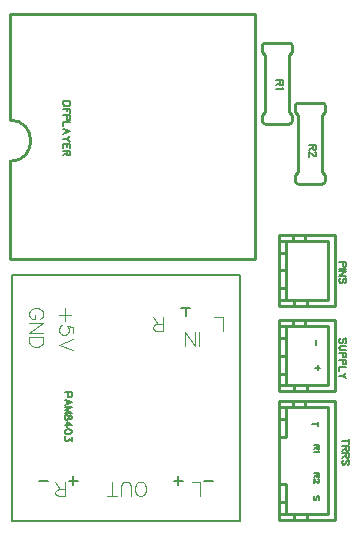
<source format=gto>
G04 Layer: TopSilkLayer*
G04 EasyEDA v6.4.5, 2020-09-09T10:55:23+00:00*
G04 38f018f296924ca58de56823afda666e,b97ca10cbf7f413284ca0e80e24dcd20,10*
G04 Gerber Generator version 0.2*
G04 Scale: 100 percent, Rotated: No, Reflected: No *
G04 Dimensions in inches *
G04 leading zeros omitted , absolute positions ,2 integer and 4 decimal *
%FSLAX24Y24*%
%MOIN*%
G90*
G70D02*

%ADD10C,0.010000*%
%ADD18C,0.005000*%
%ADD19C,0.006000*%
%ADD20C,0.004000*%

%LPD*%
G54D10*
G01X9700Y13650D02*
G01X9300Y13650D01*
G01X8900Y13650D01*
G01X8800Y13750D02*
G01X8800Y13950D01*
G01X8900Y14050D01*
G01X8900Y15950D01*
G01X8800Y16050D01*
G01X8800Y16250D01*
G01X9800Y13750D02*
G01X9800Y13950D01*
G01X9700Y14050D01*
G01X9700Y15950D01*
G01X9800Y16050D01*
G01X9800Y16250D01*
G01X9700Y16350D02*
G01X9300Y16350D01*
G01X8900Y16350D01*
G01X10800Y11650D02*
G01X10400Y11650D01*
G01X10000Y11650D01*
G01X9900Y11750D02*
G01X9900Y11950D01*
G01X10000Y12050D01*
G01X10000Y13950D01*
G01X9900Y14050D01*
G01X9900Y14250D01*
G01X10900Y11750D02*
G01X10900Y11950D01*
G01X10800Y12050D01*
G01X10800Y13950D01*
G01X10900Y14050D01*
G01X10900Y14250D01*
G01X10800Y14350D02*
G01X10400Y14350D01*
G01X10000Y14350D01*
G54D18*
G01X8050Y400D02*
G01X450Y400D01*
G01X450Y8600D01*
G01X8050Y8600D01*
G01X8050Y400D01*
G01X6850Y1750D02*
G01X7150Y1750D01*
G01X6150Y1750D02*
G01X5850Y1750D01*
G01X2650Y1750D02*
G01X2350Y1750D01*
G01X1650Y1750D02*
G01X1350Y1750D01*
G01X6000Y1600D02*
G01X6000Y1900D01*
G01X2500Y1600D02*
G01X2500Y1900D01*
G01X6250Y7250D02*
G01X6250Y7500D01*
G01X6400Y7500D02*
G01X6100Y7500D01*
G54D10*
G01X11239Y4777D02*
G01X11239Y7100D01*
G01X10216Y7100D01*
G01X11239Y6351D02*
G01X11239Y4737D01*
G01X10255Y4737D01*
G01X10216Y6903D02*
G01X11003Y6903D01*
G01X11003Y4934D01*
G01X10255Y4934D01*
G01X9586Y5918D02*
G01X9350Y5918D01*
G01X9822Y7100D02*
G01X9822Y6903D01*
G01X10216Y7100D02*
G01X10216Y6903D01*
G01X9861Y4934D02*
G01X9861Y4737D01*
G01X9822Y6903D02*
G01X9350Y6903D01*
G01X9350Y6509D02*
G01X9586Y6509D01*
G01X9350Y5328D02*
G01X9586Y5328D01*
G01X9586Y6509D02*
G01X9586Y5918D01*
G01X9350Y6509D02*
G01X9350Y5918D01*
G01X9586Y5328D02*
G01X9586Y5918D01*
G01X9350Y5918D01*
G01X9350Y5328D02*
G01X9350Y5918D01*
G01X9861Y4934D02*
G01X9350Y4934D01*
G01X9350Y4737D01*
G01X9861Y4737D01*
G01X9822Y7100D02*
G01X9350Y7100D01*
G01X9350Y6903D01*
G01X9350Y5918D02*
G01X9350Y5131D01*
G01X9350Y6509D02*
G01X9350Y6903D01*
G01X9586Y6509D02*
G01X9586Y6903D01*
G01X9822Y6903D02*
G01X10216Y6903D01*
G01X10216Y7100D02*
G01X9822Y7100D01*
G01X9586Y5328D02*
G01X9586Y4934D01*
G01X9350Y5328D02*
G01X9350Y4934D01*
G01X9861Y4934D02*
G01X10255Y4934D01*
G01X10255Y4737D02*
G01X9861Y4737D01*
G01X10294Y4934D02*
G01X10294Y4737D01*
G01X11239Y7627D02*
G01X11239Y9950D01*
G01X10216Y9950D01*
G01X11239Y9201D02*
G01X11239Y7587D01*
G01X10255Y7587D01*
G01X10216Y9753D02*
G01X11003Y9753D01*
G01X11003Y7784D01*
G01X10255Y7784D01*
G01X9586Y8768D02*
G01X9350Y8768D01*
G01X9822Y9950D02*
G01X9822Y9753D01*
G01X10216Y9950D02*
G01X10216Y9753D01*
G01X9861Y7784D02*
G01X9861Y7587D01*
G01X9822Y9753D02*
G01X9350Y9753D01*
G01X9350Y9359D02*
G01X9586Y9359D01*
G01X9350Y8178D02*
G01X9586Y8178D01*
G01X9586Y9359D02*
G01X9586Y8768D01*
G01X9350Y9359D02*
G01X9350Y8768D01*
G01X9586Y8178D02*
G01X9586Y8768D01*
G01X9350Y8768D01*
G01X9350Y8178D02*
G01X9350Y8768D01*
G01X9861Y7784D02*
G01X9350Y7784D01*
G01X9350Y7587D01*
G01X9861Y7587D01*
G01X9822Y9950D02*
G01X9350Y9950D01*
G01X9350Y9753D01*
G01X9350Y8768D02*
G01X9350Y7981D01*
G01X9350Y9359D02*
G01X9350Y9753D01*
G01X9586Y9359D02*
G01X9586Y9753D01*
G01X9822Y9753D02*
G01X10216Y9753D01*
G01X10216Y9950D02*
G01X9822Y9950D01*
G01X9586Y8178D02*
G01X9586Y7784D01*
G01X9350Y8178D02*
G01X9350Y7784D01*
G01X9861Y7784D02*
G01X10255Y7784D01*
G01X10255Y7587D02*
G01X9861Y7587D01*
G01X10294Y7784D02*
G01X10294Y7587D01*
G01X393Y13780D02*
G01X393Y17324D01*
G01X8562Y17324D01*
G01X8562Y9154D01*
G01X393Y9154D01*
G01X393Y12402D01*
G01X11239Y1289D02*
G01X11239Y4400D01*
G01X10216Y4400D01*
G01X11239Y1289D02*
G01X11239Y463D01*
G01X10255Y463D01*
G01X10216Y4203D02*
G01X11003Y4203D01*
G01X11003Y659D01*
G01X10255Y659D01*
G01X9586Y3218D02*
G01X9350Y3218D01*
G01X9822Y4400D02*
G01X9822Y4203D01*
G01X10216Y4400D02*
G01X10216Y4203D01*
G01X9861Y659D02*
G01X9861Y463D01*
G01X9822Y4203D02*
G01X9350Y4203D01*
G01X9350Y3809D02*
G01X9586Y3809D01*
G01X9350Y1053D02*
G01X9586Y1053D01*
G01X9586Y3809D02*
G01X9586Y3218D01*
G01X9350Y3809D02*
G01X9350Y3218D01*
G01X9586Y1053D02*
G01X9586Y1644D01*
G01X9350Y1644D01*
G01X9350Y1053D02*
G01X9350Y1644D01*
G01X9861Y659D02*
G01X9350Y659D01*
G01X9350Y463D01*
G01X9861Y463D01*
G01X9822Y4400D02*
G01X9350Y4400D01*
G01X9350Y4203D01*
G01X9350Y3218D02*
G01X9350Y1644D01*
G01X9350Y3809D02*
G01X9350Y4203D01*
G01X9586Y3809D02*
G01X9586Y4203D01*
G01X9822Y4203D02*
G01X10255Y4203D01*
G01X10216Y4400D02*
G01X9822Y4400D01*
G01X9586Y1053D02*
G01X9586Y659D01*
G01X9350Y1053D02*
G01X9350Y659D01*
G01X9861Y659D02*
G01X10255Y659D01*
G01X10255Y463D02*
G01X9861Y463D01*
G01X10294Y659D02*
G01X10294Y463D01*
G54D19*
G01X10652Y3636D02*
G01X10460Y3636D01*
G01X10652Y3700D02*
G01X10652Y3573D01*
G01X10702Y2000D02*
G01X10510Y2000D01*
G01X10702Y2000D02*
G01X10702Y1917D01*
G01X10693Y1890D01*
G01X10684Y1882D01*
G01X10664Y1873D01*
G01X10647Y1873D01*
G01X10628Y1882D01*
G01X10619Y1890D01*
G01X10610Y1917D01*
G01X10610Y2000D01*
G01X10610Y1936D02*
G01X10510Y1873D01*
G01X10656Y1803D02*
G01X10664Y1803D01*
G01X10684Y1794D01*
G01X10693Y1784D01*
G01X10702Y1767D01*
G01X10702Y1730D01*
G01X10693Y1713D01*
G01X10684Y1703D01*
G01X10664Y1694D01*
G01X10647Y1694D01*
G01X10628Y1703D01*
G01X10602Y1721D01*
G01X10510Y1813D01*
G01X10510Y1684D01*
G01X10702Y2950D02*
G01X10510Y2950D01*
G01X10702Y2950D02*
G01X10702Y2867D01*
G01X10693Y2840D01*
G01X10684Y2832D01*
G01X10664Y2823D01*
G01X10647Y2823D01*
G01X10628Y2832D01*
G01X10619Y2840D01*
G01X10610Y2867D01*
G01X10610Y2950D01*
G01X10610Y2886D02*
G01X10510Y2823D01*
G01X10664Y2763D02*
G01X10675Y2744D01*
G01X10702Y2717D01*
G01X10510Y2717D01*
G01X10675Y1123D02*
G01X10693Y1140D01*
G01X10702Y1167D01*
G01X10702Y1205D01*
G01X10693Y1232D01*
G01X10675Y1250D01*
G01X10656Y1250D01*
G01X10638Y1240D01*
G01X10628Y1232D01*
G01X10619Y1213D01*
G01X10602Y1159D01*
G01X10593Y1140D01*
G01X10584Y1132D01*
G01X10564Y1123D01*
G01X10538Y1123D01*
G01X10519Y1140D01*
G01X10510Y1167D01*
G01X10510Y1205D01*
G01X10519Y1232D01*
G01X10538Y1250D01*
G01X10593Y6450D02*
G01X10593Y6286D01*
G01X10725Y5517D02*
G01X10560Y5517D01*
G01X10643Y5600D02*
G01X10643Y5436D01*
G01X9502Y15100D02*
G01X9264Y15100D01*
G01X9502Y15100D02*
G01X9502Y14998D01*
G01X9490Y14963D01*
G01X9480Y14951D01*
G01X9456Y14940D01*
G01X9434Y14940D01*
G01X9410Y14951D01*
G01X9400Y14963D01*
G01X9389Y14998D01*
G01X9389Y15100D01*
G01X9389Y15019D02*
G01X9264Y14940D01*
G01X9456Y14865D02*
G01X9468Y14842D01*
G01X9502Y14809D01*
G01X9264Y14809D01*
G01X10602Y12950D02*
G01X10364Y12950D01*
G01X10602Y12950D02*
G01X10602Y12848D01*
G01X10590Y12813D01*
G01X10580Y12801D01*
G01X10556Y12790D01*
G01X10534Y12790D01*
G01X10510Y12801D01*
G01X10500Y12813D01*
G01X10489Y12848D01*
G01X10489Y12950D01*
G01X10489Y12869D02*
G01X10364Y12790D01*
G01X10544Y12705D02*
G01X10556Y12705D01*
G01X10580Y12692D01*
G01X10590Y12682D01*
G01X10602Y12659D01*
G01X10602Y12613D01*
G01X10590Y12590D01*
G01X10580Y12580D01*
G01X10556Y12567D01*
G01X10534Y12567D01*
G01X10510Y12580D01*
G01X10477Y12601D01*
G01X10364Y12715D01*
G01X10364Y12557D01*
G01X2451Y4700D02*
G01X2213Y4700D01*
G01X2451Y4700D02*
G01X2451Y4598D01*
G01X2440Y4563D01*
G01X2430Y4551D01*
G01X2407Y4540D01*
G01X2373Y4540D01*
G01X2350Y4551D01*
G01X2338Y4563D01*
G01X2326Y4598D01*
G01X2326Y4700D01*
G01X2451Y4375D02*
G01X2213Y4465D01*
G01X2451Y4375D02*
G01X2213Y4284D01*
G01X2292Y4432D02*
G01X2292Y4317D01*
G01X2451Y4209D02*
G01X2213Y4209D01*
G01X2451Y4209D02*
G01X2213Y4117D01*
G01X2451Y4026D02*
G01X2213Y4117D01*
G01X2451Y4026D02*
G01X2213Y4026D01*
G01X2451Y3894D02*
G01X2440Y3930D01*
G01X2417Y3940D01*
G01X2394Y3940D01*
G01X2373Y3930D01*
G01X2361Y3907D01*
G01X2350Y3861D01*
G01X2338Y3826D01*
G01X2315Y3805D01*
G01X2292Y3792D01*
G01X2259Y3792D01*
G01X2236Y3805D01*
G01X2225Y3815D01*
G01X2213Y3850D01*
G01X2213Y3894D01*
G01X2225Y3930D01*
G01X2236Y3940D01*
G01X2259Y3951D01*
G01X2292Y3951D01*
G01X2315Y3940D01*
G01X2338Y3917D01*
G01X2350Y3884D01*
G01X2361Y3838D01*
G01X2373Y3815D01*
G01X2394Y3805D01*
G01X2417Y3805D01*
G01X2440Y3815D01*
G01X2451Y3850D01*
G01X2451Y3894D01*
G01X2451Y3605D02*
G01X2292Y3717D01*
G01X2292Y3548D01*
G01X2451Y3605D02*
G01X2213Y3605D01*
G01X2451Y3405D02*
G01X2440Y3438D01*
G01X2407Y3461D01*
G01X2350Y3473D01*
G01X2315Y3473D01*
G01X2259Y3461D01*
G01X2225Y3438D01*
G01X2213Y3405D01*
G01X2213Y3382D01*
G01X2225Y3348D01*
G01X2259Y3325D01*
G01X2315Y3313D01*
G01X2350Y3313D01*
G01X2407Y3325D01*
G01X2440Y3348D01*
G01X2451Y3382D01*
G01X2451Y3405D01*
G01X2451Y3215D02*
G01X2451Y3090D01*
G01X2361Y3159D01*
G01X2361Y3125D01*
G01X2350Y3101D01*
G01X2338Y3090D01*
G01X2305Y3080D01*
G01X2282Y3080D01*
G01X2248Y3090D01*
G01X2225Y3113D01*
G01X2213Y3148D01*
G01X2213Y3182D01*
G01X2225Y3215D01*
G01X2236Y3226D01*
G01X2259Y3238D01*
G54D20*
G01X6700Y6244D02*
G01X6700Y6723D01*
G01X6550Y6244D02*
G01X6550Y6723D01*
G01X6550Y6244D02*
G01X6231Y6723D01*
G01X6231Y6244D02*
G01X6231Y6723D01*
G01X4788Y1244D02*
G01X4834Y1267D01*
G01X4880Y1313D01*
G01X4902Y1359D01*
G01X4925Y1426D01*
G01X4925Y1540D01*
G01X4902Y1609D01*
G01X4880Y1655D01*
G01X4834Y1700D01*
G01X4788Y1723D01*
G01X4698Y1723D01*
G01X4651Y1700D01*
G01X4607Y1655D01*
G01X4584Y1609D01*
G01X4561Y1540D01*
G01X4561Y1426D01*
G01X4584Y1359D01*
G01X4607Y1313D01*
G01X4651Y1267D01*
G01X4698Y1244D01*
G01X4788Y1244D01*
G01X4411Y1244D02*
G01X4411Y1586D01*
G01X4388Y1655D01*
G01X4342Y1700D01*
G01X4275Y1723D01*
G01X4230Y1723D01*
G01X4161Y1700D01*
G01X4115Y1655D01*
G01X4092Y1586D01*
G01X4092Y1244D01*
G01X3784Y1244D02*
G01X3784Y1723D01*
G01X3942Y1244D02*
G01X3625Y1244D01*
G01X7475Y6744D02*
G01X7475Y7223D01*
G01X7475Y7223D02*
G01X7202Y7223D01*
G01X5475Y6744D02*
G01X5475Y7223D01*
G01X5475Y6744D02*
G01X5269Y6744D01*
G01X5202Y6767D01*
G01X5180Y6790D01*
G01X5156Y6836D01*
G01X5156Y6882D01*
G01X5180Y6926D01*
G01X5202Y6950D01*
G01X5269Y6973D01*
G01X5475Y6973D01*
G01X5315Y6973D02*
G01X5156Y7223D01*
G01X6725Y1244D02*
G01X6725Y1723D01*
G01X6725Y1723D02*
G01X6452Y1723D01*
G01X2225Y1244D02*
G01X2225Y1723D01*
G01X2225Y1244D02*
G01X2019Y1244D01*
G01X1951Y1267D01*
G01X1930Y1290D01*
G01X1907Y1336D01*
G01X1907Y1382D01*
G01X1930Y1426D01*
G01X1951Y1450D01*
G01X2019Y1473D01*
G01X2225Y1473D01*
G01X2065Y1473D02*
G01X1907Y1723D01*
G01X2436Y7294D02*
G01X2026Y7294D01*
G01X2232Y7500D02*
G01X2232Y7090D01*
G01X2505Y6667D02*
G01X2505Y6894D01*
G01X2300Y6917D01*
G01X2323Y6894D01*
G01X2344Y6826D01*
G01X2344Y6759D01*
G01X2323Y6690D01*
G01X2276Y6644D01*
G01X2209Y6623D01*
G01X2163Y6623D01*
G01X2094Y6644D01*
G01X2050Y6690D01*
G01X2026Y6759D01*
G01X2026Y6826D01*
G01X2050Y6894D01*
G01X2073Y6917D01*
G01X2117Y6940D01*
G01X2505Y6473D02*
G01X2026Y6290D01*
G01X2505Y6109D02*
G01X2026Y6290D01*
G01X1390Y7159D02*
G01X1436Y7182D01*
G01X1482Y7226D01*
G01X1505Y7273D01*
G01X1505Y7363D01*
G01X1482Y7409D01*
G01X1436Y7455D01*
G01X1390Y7476D01*
G01X1323Y7500D01*
G01X1209Y7500D01*
G01X1140Y7476D01*
G01X1094Y7455D01*
G01X1050Y7409D01*
G01X1026Y7363D01*
G01X1026Y7273D01*
G01X1050Y7226D01*
G01X1094Y7182D01*
G01X1140Y7159D01*
G01X1209Y7159D01*
G01X1209Y7273D02*
G01X1209Y7159D01*
G01X1505Y7009D02*
G01X1026Y7009D01*
G01X1505Y7009D02*
G01X1026Y6690D01*
G01X1505Y6690D02*
G01X1026Y6690D01*
G01X1505Y6540D02*
G01X1026Y6540D01*
G01X1505Y6540D02*
G01X1505Y6382D01*
G01X1482Y6313D01*
G01X1436Y6267D01*
G01X1390Y6244D01*
G01X1323Y6223D01*
G01X1209Y6223D01*
G01X1140Y6244D01*
G01X1094Y6267D01*
G01X1050Y6313D01*
G01X1026Y6382D01*
G01X1026Y6540D01*
G54D19*
G01X11568Y6340D02*
G01X11590Y6363D01*
G01X11602Y6398D01*
G01X11602Y6442D01*
G01X11590Y6476D01*
G01X11568Y6500D01*
G01X11544Y6500D01*
G01X11522Y6488D01*
G01X11510Y6476D01*
G01X11500Y6455D01*
G01X11477Y6386D01*
G01X11465Y6363D01*
G01X11455Y6351D01*
G01X11431Y6340D01*
G01X11397Y6340D01*
G01X11375Y6363D01*
G01X11364Y6398D01*
G01X11364Y6442D01*
G01X11375Y6476D01*
G01X11397Y6500D01*
G01X11602Y6265D02*
G01X11431Y6265D01*
G01X11397Y6255D01*
G01X11375Y6232D01*
G01X11364Y6198D01*
G01X11364Y6175D01*
G01X11375Y6140D01*
G01X11397Y6117D01*
G01X11431Y6107D01*
G01X11602Y6107D01*
G01X11602Y6032D02*
G01X11364Y6032D01*
G01X11602Y6032D02*
G01X11602Y5930D01*
G01X11590Y5894D01*
G01X11580Y5884D01*
G01X11556Y5873D01*
G01X11522Y5873D01*
G01X11500Y5884D01*
G01X11489Y5894D01*
G01X11477Y5930D01*
G01X11477Y6032D01*
G01X11602Y5798D02*
G01X11364Y5798D01*
G01X11602Y5798D02*
G01X11602Y5694D01*
G01X11590Y5661D01*
G01X11580Y5650D01*
G01X11556Y5638D01*
G01X11522Y5638D01*
G01X11500Y5650D01*
G01X11489Y5661D01*
G01X11477Y5694D01*
G01X11477Y5798D01*
G01X11602Y5563D02*
G01X11364Y5563D01*
G01X11364Y5563D02*
G01X11364Y5426D01*
G01X11602Y5351D02*
G01X11489Y5261D01*
G01X11364Y5261D01*
G01X11602Y5169D02*
G01X11489Y5261D01*
G01X11602Y9050D02*
G01X11364Y9050D01*
G01X11602Y9050D02*
G01X11602Y8948D01*
G01X11590Y8913D01*
G01X11580Y8901D01*
G01X11556Y8890D01*
G01X11522Y8890D01*
G01X11500Y8901D01*
G01X11489Y8913D01*
G01X11477Y8948D01*
G01X11477Y9050D01*
G01X11602Y8815D02*
G01X11364Y8815D01*
G01X11602Y8740D02*
G01X11364Y8740D01*
G01X11602Y8740D02*
G01X11364Y8582D01*
G01X11602Y8582D02*
G01X11364Y8582D01*
G01X11568Y8348D02*
G01X11590Y8369D01*
G01X11602Y8405D01*
G01X11602Y8450D01*
G01X11590Y8484D01*
G01X11568Y8507D01*
G01X11544Y8507D01*
G01X11522Y8494D01*
G01X11510Y8484D01*
G01X11500Y8461D01*
G01X11477Y8392D01*
G01X11465Y8369D01*
G01X11455Y8359D01*
G01X11431Y8348D01*
G01X11397Y8348D01*
G01X11375Y8369D01*
G01X11364Y8405D01*
G01X11364Y8450D01*
G01X11375Y8484D01*
G01X11397Y8507D01*
G01X2401Y14400D02*
G01X2163Y14400D01*
G01X2401Y14400D02*
G01X2401Y14319D01*
G01X2390Y14286D01*
G01X2367Y14263D01*
G01X2344Y14251D01*
G01X2311Y14240D01*
G01X2255Y14240D01*
G01X2219Y14251D01*
G01X2198Y14263D01*
G01X2175Y14286D01*
G01X2163Y14319D01*
G01X2163Y14400D01*
G01X2401Y14165D02*
G01X2163Y14165D01*
G01X2401Y14165D02*
G01X2401Y14017D01*
G01X2288Y14165D02*
G01X2288Y14075D01*
G01X2401Y13942D02*
G01X2163Y13942D01*
G01X2401Y13942D02*
G01X2401Y13840D01*
G01X2390Y13807D01*
G01X2380Y13794D01*
G01X2357Y13784D01*
G01X2323Y13784D01*
G01X2300Y13794D01*
G01X2288Y13807D01*
G01X2276Y13840D01*
G01X2276Y13942D01*
G01X2401Y13709D02*
G01X2163Y13709D01*
G01X2163Y13709D02*
G01X2163Y13573D01*
G01X2401Y13407D02*
G01X2163Y13498D01*
G01X2401Y13407D02*
G01X2163Y13315D01*
G01X2242Y13463D02*
G01X2242Y13350D01*
G01X2401Y13240D02*
G01X2288Y13150D01*
G01X2163Y13150D01*
G01X2401Y13059D02*
G01X2288Y13150D01*
G01X2401Y12984D02*
G01X2163Y12984D01*
G01X2401Y12984D02*
G01X2401Y12836D01*
G01X2288Y12984D02*
G01X2288Y12892D01*
G01X2163Y12984D02*
G01X2163Y12836D01*
G01X2401Y12761D02*
G01X2163Y12761D01*
G01X2401Y12761D02*
G01X2401Y12659D01*
G01X2390Y12625D01*
G01X2380Y12613D01*
G01X2357Y12601D01*
G01X2334Y12601D01*
G01X2311Y12613D01*
G01X2300Y12625D01*
G01X2288Y12659D01*
G01X2288Y12761D01*
G01X2288Y12682D02*
G01X2163Y12601D01*
G01X11702Y3069D02*
G01X11464Y3069D01*
G01X11702Y3150D02*
G01X11702Y2990D01*
G01X11702Y2915D02*
G01X11464Y2915D01*
G01X11702Y2915D02*
G01X11702Y2813D01*
G01X11690Y2780D01*
G01X11680Y2767D01*
G01X11656Y2757D01*
G01X11634Y2757D01*
G01X11610Y2767D01*
G01X11600Y2780D01*
G01X11589Y2813D01*
G01X11589Y2915D01*
G01X11589Y2836D02*
G01X11464Y2757D01*
G01X11702Y2682D02*
G01X11464Y2682D01*
G01X11702Y2682D02*
G01X11702Y2580D01*
G01X11690Y2544D01*
G01X11680Y2534D01*
G01X11656Y2523D01*
G01X11634Y2523D01*
G01X11610Y2534D01*
G01X11600Y2544D01*
G01X11589Y2580D01*
G01X11589Y2682D01*
G01X11589Y2601D02*
G01X11464Y2523D01*
G01X11668Y2288D02*
G01X11690Y2311D01*
G01X11702Y2344D01*
G01X11702Y2390D01*
G01X11690Y2425D01*
G01X11668Y2448D01*
G01X11644Y2448D01*
G01X11622Y2436D01*
G01X11610Y2425D01*
G01X11600Y2401D01*
G01X11577Y2334D01*
G01X11565Y2311D01*
G01X11555Y2300D01*
G01X11531Y2288D01*
G01X11497Y2288D01*
G01X11475Y2311D01*
G01X11464Y2344D01*
G01X11464Y2390D01*
G01X11475Y2425D01*
G01X11497Y2448D01*
G54D10*
G75*
G01X8900Y13650D02*
G02X8800Y13750I0J100D01*
G01*
G75*
G01X9700Y13650D02*
G03X9800Y13750I0J100D01*
G01*
G75*
G01X9800Y16250D02*
G03X9700Y16350I-100J0D01*
G01*
G75*
G01X8800Y16250D02*
G02X8900Y16350I100J0D01*
G01*
G75*
G01X10000Y11650D02*
G02X9900Y11750I0J100D01*
G01*
G75*
G01X10800Y11650D02*
G03X10900Y11750I0J100D01*
G01*
G75*
G01X10900Y14250D02*
G03X10800Y14350I-100J0D01*
G01*
G75*
G01X9900Y14250D02*
G02X10000Y14350I100J0D01*
G01*
G75*
G01X393Y13781D02*
G02X393Y12403I0J-689D01*
G01*
M00*
M02*

</source>
